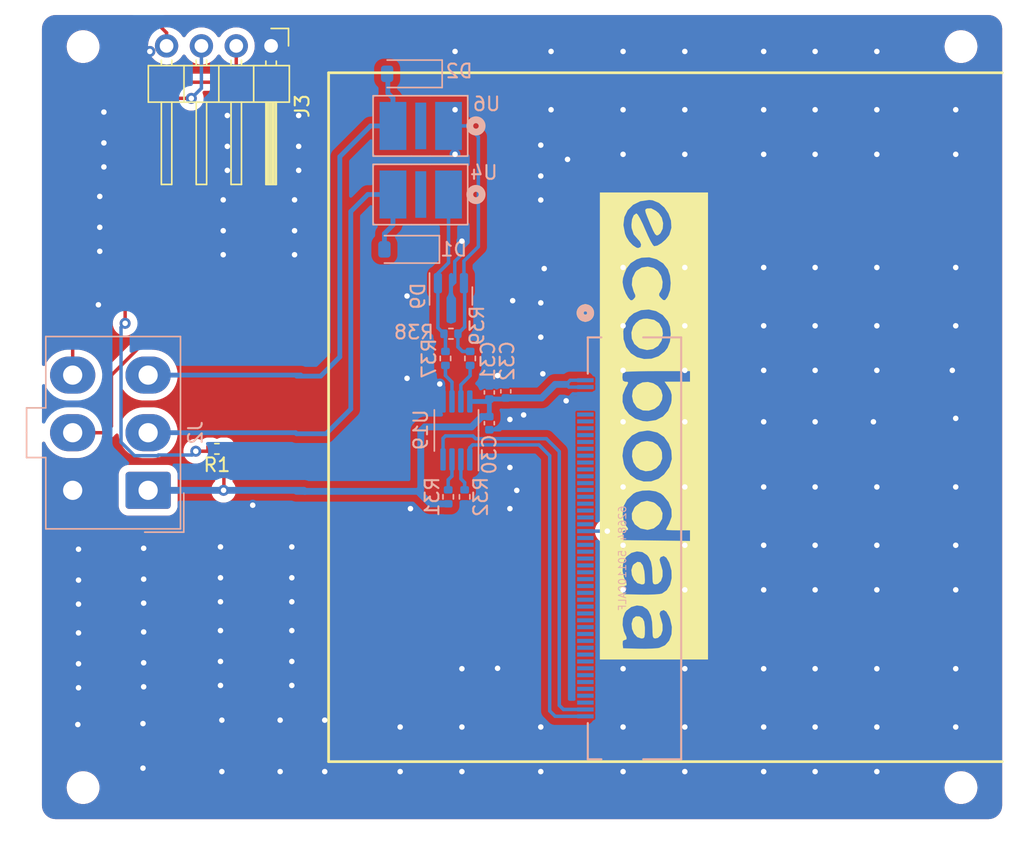
<source format=kicad_pcb>
(kicad_pcb (version 20221018) (generator pcbnew)
  (layers (0 "F.Cu" signal) (31 "B.Cu" signal) (34 "B.Paste" user) (35 "F.Paste" user) (36 "B.SilkS" user "B.Silkscreen") (37 "F.SilkS" user "F.Silkscreen") (38 "B.Mask" user) (39 "F.Mask" user) (44 "Edge.Cuts" user))
  (net 0 "")
  (net 1 "GND")
  (net 2 "Net-(U4-line_in)")
  (net 3 "Net-(U6-line_in)")
  (net 4 "+5V")
  (net 22 "/BUTTON_3")
  (net 48 "/DISPLAY_TXD")
  (net 49 "/DISPLAY_RXD")
  (net 50 "/RS485_SSP3485U/RS485_DE")
  (net 51 "/RS485_SSP3485U/RS485_~{RE}")
  (net 52 "/RS485_SSP3485U/A_to_CANL")
  (net 53 "/RS485_SSP3485U/B_to_CANH")
  (net 54 "/BUTTON_1")
  (net 55 "/BUTTON_2")
  (net 56 "/A_EXTERNAL")
  (net 57 "/B_EXTERNAL")
  (footprint "MACHADA_footprints:ECOBODDA" (layer "F.Cu") (at 166.3 87.68 -90)
    (fp_text reference "G***" hide)
    (fp_text value "LOGO" hide)
  )
  (footprint "Connector_PinHeader_2.54mm:PinHeader_1x04_P2.54mm_Horizontal" (layer "F.Cu") (at 138.39 60.025 -90)
    (fp_text reference "J3" (at 4.385 -2.27 -270) (layer "F.SilkS"))
    (fp_text value "Conn_01x04")
    (pad "1" thru_hole rect (at 0 0 270) (size 1.7 1.7) (drill 1) (layers "*.Cu" "*.Mask") (net 1 "GND"))
    (pad "2" thru_hole oval (at 0 2.54 270) (size 1.7 1.7) (drill 1) (layers "*.Cu" "*.Mask") (net 22 "/BUTTON_3"))
    (pad "3" thru_hole oval (at 0 5.08 270) (size 1.7 1.7) (drill 1) (layers "*.Cu" "*.Mask") (net 55 "/BUTTON_2"))
    (pad "4" thru_hole oval (at 0 7.62 270) (size 1.7 1.7) (drill 1) (layers "*.Cu" "*.Mask") (net 54 "/BUTTON_1"))
  )
  (footprint "Resistor_SMD:R_0402_1005Metric" (layer "F.Cu") (at 134.44 89.4 180)
    (fp_text reference "R1" (at 0 -1.17) (layer "F.SilkS"))
    (fp_text value "10K")
    (pad "1" smd roundrect (at -0.51 0 180) (size 0.54 0.64) (layers "F.Cu" "F.Paste" "F.Mask") (net 4 "+5V"))
    (pad "2" smd roundrect (at 0.51 0 180) (size 0.54 0.64) (layers "F.Cu" "F.Paste" "F.Mask") (net 22 "/BUTTON_3"))
  )
  (footprint "MACHADA_footprints:TBU-CA065-200-WH" (layer "B.Cu") (at 151.325 70.86 180)
    (fp_text reference "U4" (at -2.575 1.6 unlocked) (layer "B.SilkS") (effects (justify mirror)))
    (fp_text value "TBU-CA065-200-WH" hide)
    (pad "1" smd rect (at 0 0 180) (size 1.95 3.5) (layers "B.Cu" "B.Paste" "B.Mask") (net 2 "Net-(U4-line_in)"))
    (pad "2" smd rect (at 4.05 0 180) (size 1.95 3.5) (layers "B.Cu" "B.Paste" "B.Mask") (net 56 "/A_EXTERNAL"))
    (pad "~" smd rect (at 2.025 0 180) (size 0.8 3.4) (layers "B.Cu" "B.Paste" "B.Mask"))
  )
  (footprint "Resistor_SMD:R_0402_1005Metric" (layer "B.Cu") (at 152.5 92.9 90)
    (fp_text reference "R32" (at 0 1.17 90) (layer "B.SilkS") (effects (justify mirror)))
    (fp_text value "100K")
    (pad "1" smd roundrect (at -0.51 0 90) (size 0.54 0.64) (layers "B.Cu" "B.Paste" "B.Mask") (net 1 "GND"))
    (pad "2" smd roundrect (at 0.51 0 90) (size 0.54 0.64) (layers "B.Cu" "B.Paste" "B.Mask") (net 51 "/RS485_SSP3485U/RS485_~{RE}"))
  )
  (footprint "Connector_Molex:Molex_Mini-Fit_Jr_5566-06A_2x03_P4.20mm_Vertical" (layer "B.Cu") (at 129.425 92.425 90)
    (fp_text reference "J2" (at 4.2 3.45 90) (layer "B.SilkS") (effects (justify mirror)))
    (fp_text value "Conn_02x03_Counter_Clockwise")
    (pad "1" thru_hole roundrect (at 0 0 90) (size 2.7 3.3) (drill 1.4) (layers "*.Cu" "*.Mask") (roundrect_rratio 0.09259296296) (net 4 "+5V"))
    (pad "2" thru_hole oval (at 4.2 0 90) (size 2.7 3.3) (drill 1.4) (layers "*.Cu" "*.Mask") (net 56 "/A_EXTERNAL"))
    (pad "3" thru_hole oval (at 8.4 0 90) (size 2.7 3.3) (drill 1.4) (layers "*.Cu" "*.Mask") (net 57 "/B_EXTERNAL"))
    (pad "4" thru_hole oval (at 0 -5.5 90) (size 2.7 3.3) (drill 1.4) (layers "*.Cu" "*.Mask") (net 1 "GND"))
    (pad "5" thru_hole oval (at 4.2 -5.5 90) (size 2.7 3.3) (drill 1.4) (layers "*.Cu" "*.Mask") (net 55 "/BUTTON_2"))
    (pad "6" thru_hole oval (at 8.4 -5.5 90) (size 2.7 3.3) (drill 1.4) (layers "*.Cu" "*.Mask") (net 54 "/BUTTON_1"))
  )
  (footprint "Package_TO_SOT_SMD:SOT-23" (layer "B.Cu") (at 151.5 78.26 -90)
    (fp_text reference "D9" (at 0 2.4 90) (layer "B.SilkS") (effects (justify mirror)))
    (fp_text value "ESDONCAN1LT1G")
    (pad "1" smd roundrect (at -0.9375 0.95 270) (size 1.475 0.6) (layers "B.Cu" "B.Paste" "B.Mask") (net 2 "Net-(U4-line_in)"))
    (pad "2" smd roundrect (at -0.9375 -0.95 270) (size 1.475 0.6) (layers "B.Cu" "B.Paste" "B.Mask") (net 3 "Net-(U6-line_in)"))
    (pad "3" smd roundrect (at 0.9375 0 270) (size 1.475 0.6) (layers "B.Cu" "B.Paste" "B.Mask") (net 1 "GND"))
  )
  (footprint "Capacitor_SMD:C_0402_1005Metric" (layer "B.Cu") (at 154.3 87.53 -90)
    (fp_text reference "C30" (at 2.28 0 90) (layer "B.SilkS") (effects (justify mirror)))
    (fp_text value "100n")
    (pad "1" smd roundrect (at -0.48 0 270) (size 0.56 0.62) (layers "B.Cu" "B.Paste" "B.Mask") (net 4 "+5V"))
    (pad "2" smd roundrect (at 0.48 0 270) (size 0.56 0.62) (layers "B.Cu" "B.Paste" "B.Mask") (net 1 "GND"))
  )
  (footprint "Package_SO:MSOP-8_3x3mm_P0.65mm" (layer "B.Cu") (at 151.9 88.06 90)
    (fp_text reference "U19" (at 0.05 -2.6 90) (layer "B.SilkS") (effects (justify mirror)))
    (fp_text value "SSP3485U")
    (pad "1" smd roundrect (at -2.1125 0.975 90) (size 1.625 0.4) (layers "B.Cu" "B.Paste" "B.Mask") (net 49 "/DISPLAY_RXD"))
    (pad "2" smd roundrect (at -2.1125 0.325 90) (size 1.625 0.4) (layers "B.Cu" "B.Paste" "B.Mask") (net 51 "/RS485_SSP3485U/RS485_~{RE}"))
    (pad "3" smd roundrect (at -2.1125 -0.325 90) (size 1.625 0.4) (layers "B.Cu" "B.Paste" "B.Mask") (net 50 "/RS485_SSP3485U/RS485_DE"))
    (pad "4" smd roundrect (at -2.1125 -0.975 90) (size 1.625 0.4) (layers "B.Cu" "B.Paste" "B.Mask") (net 48 "/DISPLAY_TXD"))
    (pad "5" smd roundrect (at 2.1125 -0.975 90) (size 1.625 0.4) (layers "B.Cu" "B.Paste" "B.Mask") (net 1 "GND"))
    (pad "6" smd roundrect (at 2.1125 -0.325 90) (size 1.625 0.4) (layers "B.Cu" "B.Paste" "B.Mask") (net 52 "/RS485_SSP3485U/A_to_CANL"))
    (pad "7" smd roundrect (at 2.1125 0.325 90) (size 1.625 0.4) (layers "B.Cu" "B.Paste" "B.Mask") (net 53 "/RS485_SSP3485U/B_to_CANH"))
    (pad "8" smd roundrect (at 2.1125 0.975 90) (size 1.625 0.4) (layers "B.Cu" "B.Paste" "B.Mask") (net 4 "+5V"))
  )
  (footprint "Resistor_SMD:R_0402_1005Metric" (layer "B.Cu") (at 151.3 92.9 -90)
    (fp_text reference "R31" (at 0 1.17 90) (layer "B.SilkS") (effects (justify mirror)))
    (fp_text value "100K")
    (pad "1" smd roundrect (at -0.51 0 270) (size 0.54 0.64) (layers "B.Cu" "B.Paste" "B.Mask") (net 50 "/RS485_SSP3485U/RS485_DE"))
    (pad "2" smd roundrect (at 0.51 0 270) (size 0.54 0.64) (layers "B.Cu" "B.Paste" "B.Mask") (net 4 "+5V"))
  )
  (footprint "MACHADA_footprints:display_conn_62684-501100ALF_AMP" (layer "B.Cu") (at 161.3 84.400004 -90)
    (fp_text reference "J1")
    (fp_text value "62684-501100ALF" (at 9.100004 -2.7 90) (layer "B.SilkS") (effects (font (size 0.537972 0.537972) (thickness 0.071628)) (justify left mirror)))
    (pad "1" smd rect (at 0 0 270) (size 0.3 1.2) (layers "B.Cu" "B.Paste" "B.Mask") (net 4 "+5V"))
    (pad "2" smd rect (at 0.5 0 270) (size 0.3 1.2) (layers "B.Cu" "B.Paste" "B.Mask") (net 4 "+5V"))
    (pad "3" smd rect (at 1 0 270) (size 0.3 1.2) (layers "B.Cu" "B.Paste" "B.Mask") (net 1 "GND"))
    (pad "4" smd rect (at 1.5 0 270) (size 0.3 1.2) (layers "B.Cu" "B.Paste" "B.Mask") (net 1 "GND"))
    (pad "5" smd rect (at 2 0 270) (size 0.3 1.2) (layers "B.Cu" "B.Paste" "B.Mask") (net 1 "GND"))
    (pad "6" smd rect (at 2.5 0 270) (size 0.3 1.2) (layers "B.Cu" "B.Paste" "B.Mask"))
    (pad "7" smd rect (at 3.000003 0 270) (size 0.3 1.2) (layers "B.Cu" "B.Paste" "B.Mask"))
    (pad "8" smd rect (at 3.5 0 270) (size 0.3 1.2) (layers "B.Cu" "B.Paste" "B.Mask"))
    (pad "9" smd rect (at 4 0 270) (size 0.3 1.2) (layers "B.Cu" "B.Paste" "B.Mask"))
    (pad "10" smd rect (at 4.5 0 270) (size 0.3 1.2) (layers "B.Cu" "B.Paste" "B.Mask"))
    (pad "11" smd rect (at 5 0 270) (size 0.3 1.2) (layers "B.Cu" "B.Paste" "B.Mask"))
    (pad "12" smd rect (at 5.500003 0 270) (size 0.3 1.2) (layers "B.Cu" "B.Paste" "B.Mask"))
    (pad "13" smd rect (at 6 0 270) (size 0.3 1.2) (layers "B.Cu" "B.Paste" "B.Mask"))
    (pad "14" smd rect (at 6.5 0 270) (size 0.3 1.2) (layers "B.Cu" "B.Paste" "B.Mask"))
    (pad "15" smd rect (at 7 0 270) (size 0.3 1.2) (layers "B.Cu" "B.Paste" "B.Mask"))
    (pad "16" smd rect (at 7.5 0 270) (size 0.3 1.2) (layers "B.Cu" "B.Paste" "B.Mask"))
    (pad "17" smd rect (at 8.000003 0 270) (size 0.3 1.2) (layers "B.Cu" "B.Paste" "B.Mask"))
    (pad "18" smd rect (at 8.5 0 270) (size 0.3 1.2) (layers "B.Cu" "B.Paste" "B.Mask"))
    (pad "19" smd rect (at 9 0 270) (size 0.3 1.2) (layers "B.Cu" "B.Paste" "B.Mask"))
    (pad "20" smd rect (at 9.5 0 270) (size 0.3 1.2) (layers "B.Cu" "B.Paste" "B.Mask"))
    (pad "21" smd rect (at 10 0 270) (size 0.3 1.2) (layers "B.Cu" "B.Paste" "B.Mask"))
    (pad "22" smd rect (at 10.500003 0 270) (size 0.3 1.2) (layers "B.Cu" "B.Paste" "B.Mask"))
    (pad "23" smd rect (at 11 0 270) (size 0.3 1.2) (layers "B.Cu" "B.Paste" "B.Mask") (net 22 "/BUTTON_3"))
    (pad "24" smd rect (at 11.5 0 270) (size 0.3 1.2) (layers "B.Cu" "B.Paste" "B.Mask"))
    (pad "25" smd rect (at 12 0 270) (size 0.3 1.2) (layers "B.Cu" "B.Paste" "B.Mask"))
    (pad "26" smd rect (at 12.5 0 270) (size 0.3 1.2) (layers "B.Cu" "B.Paste" "B.Mask"))
    (pad "27" smd rect (at 13 0 270) (size 0.3 1.2) (layers "B.Cu" "B.Paste" "B.Mask"))
    (pad "28" smd rect (at 13.5 0 270) (size 0.3 1.2) (layers "B.Cu" "B.Paste" "B.Mask"))
    (pad "29" smd rect (at 14 0 270) (size 0.3 1.2) (layers "B.Cu" "B.Paste" "B.Mask"))
    (pad "30" smd rect (at 14.5 0 270) (size 0.3 1.2) (layers "B.Cu" "B.Paste" "B.Mask"))
    (pad "31" smd rect (at 15 0 270) (size 0.3 1.2) (layers "B.Cu" "B.Paste" "B.Mask"))
    (pad "32" smd rect (at 15.5 0 270) (size 0.3 1.2) (layers "B.Cu" "B.Paste" "B.Mask"))
    (pad "33" smd rect (at 16 0 270) (size 0.3 1.2) (layers "B.Cu" "B.Paste" "B.Mask"))
    (pad "34" smd rect (at 16.5 0 270) (size 0.3 1.2) (layers "B.Cu" "B.Paste" "B.Mask"))
    (pad "35" smd rect (at 17 0 270) (size 0.3 1.2) (layers "B.Cu" "B.Paste" "B.Mask"))
    (pad "36" smd rect (at 17.5 0 270) (size 0.3 1.2) (layers "B.Cu" "B.Paste" "B.Mask"))
    (pad "37" smd rect (at 18 0 270) (size 0.3 1.2) (layers "B.Cu" "B.Paste" "B.Mask"))
    (pad "38" smd rect (at 18.5 0 270) (size 0.3 1.2) (layers "B.Cu" "B.Paste" "B.Mask"))
    (pad "39" smd rect (at 19 0 270) (size 0.3 1.2) (layers "B.Cu" "B.Paste" "B.Mask"))
    (pad "40" smd rect (at 19.500003 0 270) (size 0.3 1.2) (layers "B.Cu" "B.Paste" "B.Mask"))
    (pad "41" smd rect (at 20 0 270) (size 0.3 1.2) (layers "B.Cu" "B.Paste" "B.Mask"))
    (pad "42" smd rect (at 20.5 0 270) (size 0.3 1.2) (layers "B.Cu" "B.Paste" "B.Mask"))
    (pad "43" smd rect (at 21 0 270) (size 0.3 1.2) (layers "B.Cu" "B.Paste" "B.Mask"))
    (pad "44" smd rect (at 21.5 0 270) (size 0.3 1.2) (layers "B.Cu" "B.Paste" "B.Mask"))
    (pad "45" smd rect (at 22.000003 0 270) (size 0.3 1.2) (layers "B.Cu" "B.Paste" "B.Mask"))
    (pad "46" smd rect (at 22.5 0 270) (size 0.3 1.2) (layers "B.Cu" "B.Paste" "B.Mask"))
    (pad "47" smd rect (at 23 0 270) (size 0.3 1.2) (layers "B.Cu" "B.Paste" "B.Mask"))
    (pad "48" smd rect (at 23.5 0 270) (size 0.3 1.2) (layers "B.Cu" "B.Paste" "B.Mask"))
    (pad "49" smd rect (at 24 0 270) (size 0.3 1.2) (layers "B.Cu" "B.Paste" "B.Mask") (net 48 "/DISPLAY_TXD"))
    (pad "50" smd rect (at 24.500003 0 270) (size 0.3 1.2) (layers "B.Cu" "B.Paste" "B.Mask") (net 49 "/DISPLAY_RXD"))
    (pad "51" smd rect (at -2.099996 -2.7 270) (size 2.3876 2.3876) (layers "B.Cu" "B.Paste" "B.Mask") (net 1 "GND"))
    (pad "52" smd rect (at 26.599996 -2.7 270) (size 2.3876 2.3876) (layers "B.Cu" "B.Paste" "B.Mask") (net 1 "GND"))
  )
  (footprint "Resistor_SMD:R_0402_1005Metric" (layer "B.Cu") (at 151.5 81.01 180)
    (fp_text reference "R38" (at 2.7 0.11) (layer "B.SilkS") (effects (justify mirror)))
    (fp_text value "220R")
    (pad "1" smd roundrect (at -0.51 0 180) (size 0.54 0.64) (layers "B.Cu" "B.Paste" "B.Mask") (net 3 "Net-(U6-line_in)"))
    (pad "2" smd roundrect (at 0.51 0 180) (size 0.54 0.64) (layers "B.Cu" "B.Paste" "B.Mask") (net 2 "Net-(U4-line_in)"))
  )
  (footprint "Diode_SMD:D_SOD-123" (layer "B.Cu") (at 148.3 74.86 180)
    (fp_text reference "D1" (at -3.4 0) (layer "B.SilkS") (effects (justify mirror)))
    (fp_text value "BEP0080MA")
    (pad "1" smd roundrect (at -1.65 0 180) (size 0.9 1.2) (layers "B.Cu" "B.Paste" "B.Mask") (net 1 "GND"))
    (pad "2" smd roundrect (at 1.65 0 180) (size 0.9 1.2) (layers "B.Cu" "B.Paste" "B.Mask") (net 56 "/A_EXTERNAL"))
  )
  (footprint "Capacitor_SMD:C_0402_1005Metric" (layer "B.Cu") (at 155.5 85.21 90)
    (fp_text reference "C32" (at 2.21 0.1 90) (layer "B.SilkS") (effects (justify mirror)))
    (fp_text value "10u")
    (pad "1" smd roundrect (at -0.48 0 90) (size 0.56 0.62) (layers "B.Cu" "B.Paste" "B.Mask") (net 4 "+5V"))
    (pad "2" smd roundrect (at 0.48 0 90) (size 0.56 0.62) (layers "B.Cu" "B.Paste" "B.Mask") (net 1 "GND"))
  )
  (footprint "MACHADA_footprints:TBU-CA065-200-WH" (layer "B.Cu") (at 151.325 65.86 180)
    (fp_text reference "U6" (at -2.775 1.6 unlocked) (layer "B.SilkS") (effects (justify mirror)))
    (fp_text value "TBU-CA065-200-WH")
    (pad "1" smd rect (at 0 0 180) (size 1.95 3.5) (layers "B.Cu" "B.Paste" "B.Mask") (net 3 "Net-(U6-line_in)"))
    (pad "2" smd rect (at 4.05 0 180) (size 1.95 3.5) (layers "B.Cu" "B.Paste" "B.Mask") (net 57 "/B_EXTERNAL"))
    (pad "~" smd rect (at 2.025 0 180) (size 0.8 3.4) (layers "B.Cu" "B.Paste" "B.Mask"))
  )
  (footprint "Resistor_SMD:R_0402_1005Metric" (layer "B.Cu") (at 152.9 82.81 90)
    (fp_text reference "R39" (at 2.4 0.5 90) (layer "B.SilkS") (effects (justify mirror)))
    (fp_text value "10R")
    (pad "1" smd roundrect (at -0.51 0 90) (size 0.54 0.64) (layers "B.Cu" "B.Paste" "B.Mask") (net 53 "/RS485_SSP3485U/B_to_CANH"))
    (pad "2" smd roundrect (at 0.51 0 90) (size 0.54 0.64) (layers "B.Cu" "B.Paste" "B.Mask") (net 3 "Net-(U6-line_in)"))
  )
  (footprint "Capacitor_SMD:C_0402_1005Metric" (layer "B.Cu") (at 154.3 85.29 90)
    (fp_text reference "C31" (at 2.28 -0.1 90) (layer "B.SilkS") (effects (justify mirror)))
    (fp_text value "100n")
    (pad "1" smd roundrect (at -0.48 0 90) (size 0.56 0.62) (layers "B.Cu" "B.Paste" "B.Mask") (net 4 "+5V"))
    (pad "2" smd roundrect (at 0.48 0 90) (size 0.56 0.62) (layers "B.Cu" "B.Paste" "B.Mask") (net 1 "GND"))
  )
  (footprint "Diode_SMD:D_SOD-123" (layer "B.Cu") (at 148.5 62.06 180)
    (fp_text reference "D2" (at -3.6 0.2) (layer "B.SilkS") (effects (justify mirror)))
    (fp_text value "BEP0080MA")
    (pad "1" smd roundrect (at -1.65 0 180) (size 0.9 1.2) (layers "B.Cu" "B.Paste" "B.Mask") (net 1 "GND"))
    (pad "2" smd roundrect (at 1.65 0 180) (size 0.9 1.2) (layers "B.Cu" "B.Paste" "B.Mask") (net 57 "/B_EXTERNAL"))
  )
  (footprint "Resistor_SMD:R_0402_1005Metric" (layer "B.Cu") (at 151.1 82.81 90)
    (fp_text reference "R37" (at 0 -1.2 90) (layer "B.SilkS") (effects (justify mirror)))
    (fp_text value "10R")
    (pad "1" smd roundrect (at -0.51 0 90) (size 0.54 0.64) (layers "B.Cu" "B.Paste" "B.Mask") (net 52 "/RS485_SSP3485U/A_to_CANL"))
    (pad "2" smd roundrect (at 0.51 0 90) (size 0.54 0.64) (layers "B.Cu" "B.Paste" "B.Mask") (net 2 "Net-(U4-line_in)"))
  )
  (gr_line (start 166.984725 111.56561) (end 161.684725 111.56561) (stroke (width 0.001)) (layer "B.SilkS"))
  (gr_line (start 142.581975 61.984023) (end 191.691975 61.984023) (stroke (width 0.2)) (layer "F.SilkS"))
  (gr_line (start 191.691975 112.204023) (end 142.581975 112.204023) (stroke (width 0.2)) (layer "F.SilkS"))
  (gr_line (start 142.581975 112.204023) (end 142.581975 61.984023) (stroke (width 0.2)) (layer "F.SilkS"))
  (gr_arc (start 190.684725 57.775791) (mid 191.391819 58.068693) (end 191.684725 58.775791) (stroke (width 0.001)) (layer "Edge.Cuts"))
  (gr_circle (center 124.684725 60.075791) (end 125.884725 60.075791) (stroke (width 0.001)) (fill none) (layer "Edge.Cuts"))
  (gr_circle (center 124.684725 114.095791) (end 125.884725 114.095791) (stroke (width 0.001)) (fill none) (layer "Edge.Cuts"))
  (gr_arc (start 121.684725 58.775791) (mid 121.977617 58.068664) (end 122.684725 57.775791) (stroke (width 0.001)) (layer "Edge.Cuts"))
  (gr_line (start 191.684725 115.395791) (end 191.684725 58.775791) (stroke (width 0.001)) (layer "Edge.Cuts"))
  (gr_line (start 121.684725 58.775791) (end 121.684725 115.395791) (stroke (width 0.001)) (layer "Edge.Cuts"))
  (gr_line (start 122.684725 116.395791) (end 190.684725 116.395791) (stroke (width 0.001)) (layer "Edge.Cuts"))
  (gr_arc (start 122.684725 116.395791) (mid 121.977605 116.102906) (end 121.684725 115.395791) (stroke (width 0.001)) (layer "Edge.Cuts"))
  (gr_arc (start 191.684725 115.395791) (mid 191.39183 116.102877) (end 190.684725 116.395791) (stroke (width 0.001)) (layer "Edge.Cuts"))
  (gr_circle (center 188.684725 114.095791) (end 189.884725 114.095791) (stroke (width 0.001)) (fill none) (layer "Edge.Cuts"))
  (gr_line (start 190.684725 57.775791) (end 122.684725 57.775791) (stroke (width 0.001)) (layer "Edge.Cuts"))
  (gr_circle (center 188.684725 60.075791) (end 189.884725 60.075791) (stroke (width 0.001)) (fill none) (layer "Edge.Cuts"))
  (via (at 174.3 67.93) (size 0.8) (drill 0.4) (layers "F.Cu" "B.Cu") (net 1))
  (via (at 174.3 96.43) (size 0.8) (drill 0.4) (layers "F.Cu" "B.Cu") (net 1))
  (via (at 174.3 80.43) (size 0.8) (drill 0.4) (layers "F.Cu" "B.Cu") (net 1))
  (via (at 134.7 102.65) (size 0.8) (drill 0.4) (layers "F.Cu" "B.Cu") (net 1))
  (via (at 158.05 67.26) (size 0.8) (drill 0.4) (layers "F.Cu" "B.Cu") (net 1))
  (via (at 164.05 96.43) (size 0.8) (drill 0.4) (layers "F.Cu" "B.Cu") (net 1))
  (via (at 168.55 109.68) (size 0.8) (drill 0.4) (layers "F.Cu" "B.Cu") (net 1))
  (via (at 159.9 85.900004) (size 0.8) (drill 0.4) (layers "F.Cu" "B.Cu") (net 1))
  (via (at 158.05 109.68) (size 0.8) (drill 0.4) (layers "F.Cu" "B.Cu") (net 1))
  (via (at 148.3 78.26) (size 0.8) (drill 0.4) (layers "F.Cu" "B.Cu") (net 1))
  (via (at 168.55 60.43) (size 0.8) (drill 0.4) (layers "F.Cu" "B.Cu") (net 1))
  (via (at 178.05 60.43) (size 0.8) (drill 0.4) (layers "F.Cu" "B.Cu") (net 1))
  (via (at 174.3 99.68) (size 0.8) (drill 0.4) (layers "F.Cu" "B.Cu") (net 1))
  (via (at 156.3 92.43) (size 0.8) (drill 0.4) (layers "F.Cu" "B.Cu") (net 1))
  (via (at 174.3 64.68) (size 0.8) (drill 0.4) (layers "F.Cu" "B.Cu") (net 1))
  (via (at 147.8 109.68) (size 0.8) (drill 0.4) (layers "F.Cu" "B.Cu") (net 1))
  (via (at 134.7 106.65) (size 0.8) (drill 0.4) (layers "F.Cu" "B.Cu") (net 1))
  (via (at 182.55 96.43) (size 0.8) (drill 0.4) (layers "F.Cu" "B.Cu") (net 1))
  (via (at 125.8 78.9) (size 0.8) (drill 0.4) (layers "F.Cu" "B.Cu") (net 1))
  (via (at 164.05 109.68) (size 0.8) (drill 0.4) (layers "F.Cu" "B.Cu") (net 1))
  (via (at 125.9 73.25) (size 0.8) (drill 0.4) (layers "F.Cu" "B.Cu") (net 1))
  (via (at 124.35 102.82) (size 0.8) (drill 0.4) (layers "F.Cu" "B.Cu") (net 1))
  (via (at 178.05 109.68) (size 0.8) (drill 0.4) (layers "F.Cu" "B.Cu") (net 1))
  (via (at 124.35 106.82) (size 0.8) (drill 0.4) (layers "F.Cu" "B.Cu") (net 1))
  (via (at 178.05 67.93) (size 0.8) (drill 0.4) (layers "F.Cu" "B.Cu") (net 1))
  (via (at 174.3 76.18) (size 0.8) (drill 0.4) (layers "F.Cu" "B.Cu") (net 1))
  (via (at 182.55 80.43) (size 0.8) (drill 0.4) (layers "F.Cu" "B.Cu") (net 1))
  (via (at 139.9 106.65) (size 0.8) (drill 0.4) (layers "F.Cu" "B.Cu") (net 1))
  (via (at 124.35 105.07) (size 0.8) (drill 0.4) (layers "F.Cu" "B.Cu") (net 1))
  (via (at 154.9 105.4) (size 0.8) (drill 0.4) (layers "F.Cu" "B.Cu") (net 1))
  (via (at 182.55 76.18) (size 0.8) (drill 0.4) (layers "F.Cu" "B.Cu") (net 1))
  (via (at 126.2 67.1) (size 0.8) (drill 0.4) (layers "F.Cu" "B.Cu") (net 1))
  (via (at 158.2 83.93) (size 0.8) (drill 0.4) (layers "F.Cu" "B.Cu") (net 1))
  (via (at 139.9 104.9) (size 0.8) (drill 0.4) (layers "F.Cu" "B.Cu") (net 1))
  (via (at 182.55 99.68) (size 0.8) (drill 0.4) (layers "F.Cu" "B.Cu") (net 1))
  (via (at 126.2 64.85) (size 0.8) (drill 0.4) (layers "F.Cu" "B.Cu") (net 1))
  (via (at 164.05 112.93) (size 0.8) (drill 0.4) (layers "F.Cu" "B.Cu") (net 1))
  (via (at 164.05 87.43) (size 0.8) (drill 0.4) (layers "F.Cu" "B.Cu") (net 1))
  (via (at 188.3 87.18) (size 0.8) (drill 0.4) (layers "F.Cu" "B.Cu") (net 1))
  (via (at 134.7 100.55) (size 0.8) (drill 0.4) (layers "F.Cu" "B.Cu") (net 1))
  (via (at 168.55 92.18) (size 0.8) (drill 0.4) (layers "F.Cu" "B.Cu") (net 1))
  (via (at 151.8 67.93) (size 0.8) (drill 0.4) (layers "F.Cu" "B.Cu") (net 1))
  (via (at 140.4 65.1) (size 0.8) (drill 0.4) (layers "F.Cu" "B.Cu") (net 1))
  (via (at 178.05 80.43) (size 0.8) (drill 0.4) (layers "F.Cu" "B.Cu") (net 1))
  (via (at 140.1 75.25) (size 0.8) (drill 0.4) (layers "F.Cu" "B.Cu") (net 1))
  (via (at 158.8 64.68) (size 0.8) (drill 0.4) (layers "F.Cu" "B.Cu") (net 1))
  (via (at 178.05 83.68) (size 0.8) (drill 0.4) (layers "F.Cu" "B.Cu") (net 1))
  (via (at 155.8 93.76) (size 0.8) (drill 0.4) (layers "F.Cu" "B.Cu") (net 1))
  (via (at 125.9 71) (size 0.8) (drill 0.4) (layers "F.Cu" "B.Cu") (net 1))
  (via (at 188.3 109.68) (size 0.8) (drill 0.4) (layers "F.Cu" "B.Cu") (net 1))
  (via (at 160 68.3) (size 0.8) (drill 0.4) (layers "F.Cu" "B.Cu") (net 1))
  (via (at 139.9 96.55) (size 0.8) (drill 0.4) (layers "F.Cu" "B.Cu") (net 1))
  (via (at 125.9 75) (size 0.8) (drill 0.4) (layers "F.Cu" "B.Cu") (net 1))
  (via (at 129.1 96.65) (size 0.8) (drill 0.4) (layers "F.Cu" "B.Cu") (net 1))
  (via (at 135.2 69.1) (size 0.8) (drill 0.4) (layers "F.Cu" "B.Cu") (net 1))
  (via (at 134.8 112.93) (size 0.8) (drill 0.4) (layers "F.Cu" "B.Cu") (net 1))
  (via (at 137.05 93.51) (size 0.8) (drill 0.4) (layers "F.Cu" "B.Cu") (net 1))
  (via (at 174.3 87.43) (size 0.8) (drill 0.4) (layers "F.Cu" "B.Cu") (net 1))
  (via (at 164.05 92.18) (size 0.8) (drill 0.4) (layers "F.Cu" "B.Cu") (net 1))
  (via (at 139.9 98.8) (size 0.8) (drill 0.4) (layers "F.Cu" "B.Cu") (net 1))
  (via (at 178.05 87.43) (size 0.8) (drill 0.4) (layers "F.Cu" "B.Cu") (net 1))
  (via (at 126.2 68.85) (size 0.8) (drill 0.4) (layers "F.Cu" "B.Cu") (net 1))
  (via (at 178.05 99.68) (size 0.8) (drill 0.4) (layers "F.Cu" "B.Cu") (net 1))
  (via (at 152.3 109.68) (size 0.8) (drill 0.4) (layers "F.Cu" "B.Cu") (net 1))
  (via (at 148.55 93.76) (size 0.8) (drill 0.4) (layers "F.Cu" "B.Cu") (net 1))
  (via (at 156.8 86.93) (size 0.8) (drill 0.4) (layers "F.Cu" "B.Cu") (net 1))
  (via (at 168.55 83.68) (size 0.8) (drill 0.4) (layers "F.Cu" "B.Cu") (net 1))
  (via (at 135.2 67.35) (size 0.8) (drill 0.4) (layers "F.Cu" "B.Cu") (net 1))
  (via (at 129.1 105) (size 0.8) (drill 0.4) (layers "F.Cu" "B.Cu") (net 1))
  (via (at 178.05 92.18) (size 0.8) (drill 0.4) (layers "F.Cu" "B.Cu") (net 1))
  (via (at 147.8 112.93) (size 0.8) (drill 0.4) (layers "F.Cu" "B.Cu") (net 1))
  (via (at 124.35 100.72) (size 0.8) (drill 0.4) (layers "F.Cu" "B.Cu") (net 1))
  (via (at 140.1 71.25) (size 0.8) (drill 0.4) (layers "F.Cu" "B.Cu") (net 1))
  (via (at 158.05 81.26) (size 0.8) (drill 0.4) (layers "F.Cu" "B.Cu") (net 1))
  (via (at 139.9 100.55) (size 0.8) (drill 0.4) (layers "F.Cu" "B.Cu") (net 1))
  (via (at 168.55 96.43) (size 0.8) (drill 0.4) (layers "F.Cu" "B.Cu") (net 1))
  (via (at 151.8 64.68) (size 0.8) (drill 0.4) (layers "F.Cu" "B.Cu") (net 1))
  (via (at 182.55 109.68) (size 0.8) (drill 0.4) (layers "F.Cu" "B.Cu") (net 1))
  (via (at 178.05 112.93) (size 0.8) (drill 0.4) (layers "F.Cu" "B.Cu") (net 1))
  (via (at 164.05 83.68) (size 0.8) (drill 0.4) (layers "F.Cu" "B.Cu") (net 1))
  (via (at 188.3 67.93) (size 0.8) (drill 0.4) (layers "F.Cu" "B.Cu") (net 1))
  (via (at 178.05 96.43) (size 0.8) (drill 0.4) (layers "F.Cu" "B.Cu") (net 1))
  (via (at 174.3 83.68) (size 0.8) (drill 0.4) (layers "F.Cu" "B.Cu") (net 1))
  (via (at 158.05 71.26) (size 0.8) (drill 0.4) (layers "F.Cu" "B.Cu") (net 1))
  (via (at 134.7 98.8) (size 0.8) (drill 0.4) (layers "F.Cu" "B.Cu") (net 1))
  (via (at 182.55 64.68) (size 0.8) (drill 0.4) (layers "F.Cu" "B.Cu") (net 1))
  (via (at 164.05 60.43) (size 0.8) (drill 0.4) (layers "F.Cu" "B.Cu") (net 1))
  (via (at 174.3 112.93) (size 0.8) (drill 0.4) (layers "F.Cu" "B.Cu") (net 1))
  (via (at 155.8 90.76) (size 0.8) (drill 0.4) (layers "F.Cu" "B.Cu") (net 1))
  (via (at 188.3 76.18) (size 0.8) (drill 0.4) (layers "F.Cu" "B.Cu") (net 1))
  (via (at 188.3 92.18) (size 0.8) (drill 0.4) (layers "F.Cu" "B.Cu") (net 1))
  (via (at 140.4 67.35) (size 0.8) (drill 0.4) (layers "F.Cu" "B.Cu") (net 1))
  (via (at 174.3 109.68) (size 0.8) (drill 0.4) (layers "F.Cu" "B.Cu") (net 1))
  (via (at 152.3 74.26) (size 0.8) (drill 0.4) (layers "F.Cu" "B.Cu") (net 1))
  (via (at 135.2 65.1) (size 0.8) (drill 0.4) (layers "F.Cu" "B.Cu") (net 1))
  (via (at 174.3 92.18) (size 0.8) (drill 0.4) (layers "F.Cu" "B.Cu") (net 1))
  (via (at 158.05 112.93) (size 0.8) (drill 0.4) (layers "F.Cu" "B.Cu") (net 1))
  (via (at 188.3 105.43) (size 0.8) (drill 0.4) (layers "F.Cu" "B.Cu") (net 1))
  (via (at 134.9 73.5) (size 0.8) (drill 0.4) (layers "F.Cu" "B.Cu") (net 1))
  (via (at 158.05 78.76) (size 0.8) (drill 0.4) (layers "F.Cu" "B.Cu") (net 1))
  (via (at 158.05 69.51) (size 0.8) (drill 0.4) (layers "F.Cu" "B.Cu") (net 1))
  (via (at 129.1 98.9) (size 0.8) (drill 0.4) (layers "F.Cu" "B.Cu") (net 1))
  (via (at 168.55 87.43) (size 0.8) (drill 0.4) (layers "F.Cu" "B.Cu") (net 1))
  (via (at 188.3 80.43) (size 0.8) (drill 0.4) (layers "F.Cu" "B.Cu") (net 1))
  (via (at 129.1 100.65) (size 0.8) (drill 0.4) (layers "F.Cu" "B.Cu") (net 1))
  (via (at 124.35 96.72) (size 0.8) (drill 0.4) (layers "F.Cu" "B.Cu") (net 1))
  (via (at 142.3 112.93) (size 0.8) (drill 0.4) (layers "F.Cu" "B.Cu") (net 1))
  (via (at 134.7 104.9) (size 0.8) (drill 0.4) (layers "F.Cu" "B.Cu") (net 1))
  (via (at 158.8 60.43) (size 0.8) (drill 0.4) (layers "F.Cu" "B.Cu") (net 1))
  (via (at 164.05 99.68) (size 0.8) (drill 0.4) (layers "F.Cu" "B.Cu") (net 1))
  (via (at 182.55 67.93) (size 0.8) (drill 0.4) (layers "F.Cu" "B.Cu") (net 1))
  (via (at 164.05 105.43) (size 0.8) (drill 0.4) (layers "F.Cu" "B.Cu") (net 1))
  (via (at 182.55 92.18) (size 0.8) (drill 0.4) (layers "F.Cu" "B.Cu") (net 1))
  (via (at 164.05 76.18) (size 0.8) (drill 0.4) (layers "F.Cu" "B.Cu") (net 1))
  (via (at 140.4 69.1) (size 0.8) (drill 0.4) (layers "F.Cu" "B.Cu") (net 1))
  (via (at 168.55 112.93) (size 0.8) (drill 0.4) (layers "F.Cu" "B.Cu") (net 1))
  (via (at 154.9 84.06) (size 0.8) (drill 0.4) (layers "F.Cu" "B.Cu") (net 1))
  (via (at 124.35 98.97) (size 0.8) (drill 0.4) (layers "F.Cu" "B.Cu") (net 1))
  (via (at 134.9 71.25) (size 0.8) (drill 0.4) (layers "F.Cu" "B.Cu") (net 1))
  (via (at 168.55 76.18) (size 0.8) (drill 0.4) (layers "F.Cu" "B.Cu") (net 1))
  (via (at 174.3 105.43) (size 0.8) (drill 0.4) (layers "F.Cu" "B.Cu") (net 1))
  (via (at 164.05 67.93) (size 0.8) (drill 0.4) (layers "F.Cu" "B.Cu") (net 1))
  (via (at 129.1 106.75) (size 0.8) (drill 0.4) (layers "F.Cu" "B.Cu") (net 1))
  (via (at 148.3 84.26) (size 0.8) (drill 0.4) (layers "F.Cu" "B.Cu") (net 1))
  (via (at 164.05 64.68) (size 0.8) (drill 0.4) (layers "F.Cu" "B.Cu") (net 1))
  (via (at 152.3 105.43) (size 0.8) (drill 0.4) (layers "F.Cu" "B.Cu") (net 1))
  (via (at 134.8 109.18) (size 0.8) (drill 0.4) (layers "F.Cu" "B.Cu") (net 1))
  (via (at 178.05 76.18) (size 0.8) (drill 0.4) (layers "F.Cu" "B.Cu") (net 1))
  (via (at 129.05 109.43) (size 0.8) (drill 0.4) (layers "F.Cu" "B.Cu") (net 1))
  (via (at 139.05 112.93) (size 0.8) (drill 0.4) (layers "F.Cu" "B.Cu") (net 1))
  (via (at 158.3 76.26) (size 0.8) (drill 0.4) (layers "F.Cu" "B.Cu") (net 1))
  (via (at 182.55 105.43) (size 0.8) (drill 0.4) (layers "F.Cu" "B.Cu") (net 1))
  (via (at 129.1 102.75) (size 0.8) (drill 0.4) (layers "F.Cu" "B.Cu") (net 1))
  (via (at 129.55 60.43) (size 0.8) (drill 0.4) (layers "F.Cu" "B.Cu") (net 1))
  (via (at 182.3 87.43) (size 0.8) (drill 0.4) (layers "F.Cu" "B.Cu") (net 1))
  (via (at 142.3 109.18) (size 0.8) (drill 0.4) (layers "F.Cu" "B.Cu") (net 1))
  (via (at 168.55 80.43) (size 0.8) (drill 0.4) (layers "F.Cu" "B.Cu") (net 1))
  (via (at 164.05 80.43) (size 0.8) (drill 0.4) (layers "F.Cu" "B.Cu") (net 1))
  (via (at 168.55 64.68) (size 0.8) (drill 0.4) (layers "F.Cu" "B.Cu") (net 1))
  (via (at 168.55 67.93) (size 0.8) (drill 0.4) (layers "F.Cu" "B.Cu") (net 1))
  (via (at 188.3 64.68) (size 0.8) (drill 0.4) (layers "F.Cu" "B.Cu") (net 1))
  (via (at 178.05 64.68) (size 0.8) (drill 0.4) (layers "F.Cu" "B.Cu") (net 1))
  (via (at 150.686286 84.673714) (size 0.8) (drill 0.4) (layers "F.Cu" "B.Cu") (net 1))
  (via (at 188.05 83.68) (size 0.8) (drill 0.4) (layers "F.Cu" "B.Cu") (net 1))
  (via (at 124.3 109.5) (size 0.8) (drill 0.4) (layers "F.Cu" "B.Cu") (net 1))
  (via (at 182.55 60.43) (size 0.8) (drill 0.4) (layers "F.Cu" "B.Cu") (net 1))
  (via (at 152.3 112.93) (size 0.8) (drill 0.4) (layers "F.Cu" "B.Cu") (net 1))
  (via (at 188.3 96.43) (size 0.8) (drill 0.4) (layers "F.Cu" "B.Cu") (net 1))
  (via (at 182.55 83.68) (size 0.8) (drill 0.4) (layers "F.Cu" "B.Cu") (net 1))
  (via (at 178.05 105.43) (size 0.8) (drill 0.4) (layers "F.Cu" "B.Cu") (net 1))
  (via (at 134.7 96.55) (size 0.8) (drill 0.4) (layers "F.Cu" "B.Cu") (net 1))
  (via (at 155.8 87.26) (size 0.8) (drill 0.4) (layers "F.Cu" "B.Cu") (net 1))
  (via (at 140.1 73.5) (size 0.8) (drill 0.4) (layers "F.Cu" "B.Cu") (net 1))
  (via (at 168.55 105.43) (size 0.8) (drill 0.4) (layers "F.Cu" "B.Cu") (net 1))
  (via (at 168.55 99.68) (size 0.8) (drill 0.4) (layers "F.Cu" "B.Cu") (net 1))
  (via (at 151.8 60.43) (size 0.8) (drill 0.4) (layers "F.Cu" "B.Cu") (net 1))
  (via (at 188.3 99.68) (size 0.8) (drill 0.4) (layers "F.Cu" "B.Cu") (net 1))
  (via (at 139.9 102.65) (size 0.8) (drill 0.4) (layers "F.Cu" "B.Cu") (net 1))
  (via (at 139.05 109.18) (size 0.8) (drill 0.4) (layers "F.Cu" "B.Cu") (net 1))
  (via (at 156 78.6) (size 0.8) (drill 0.4) (layers "F.Cu" "B.Cu") (net 1))
  (via (at 134.9 75.25) (size 0.8) (drill 0.4) (layers "F.Cu" "B.Cu") (net 1))
  (via (at 182.55 112.93) (size 0.8) (drill 0.4) (layers "F.Cu" "B.Cu") (net 1))
  (via (at 174.3 60.43) (size 0.8) (drill 0.4) (layers "F.Cu" "B.Cu") (net 1))
  (via (at 129.05 112.68) (size 0.8) (drill 0.4) (layers "F.Cu" "B.Cu") (net 1))
  (segment (start 148.3 77.3) (end 148.5 77.1) (width 0.254) (layer "B.Cu") (net 1))
  (segment (start 160.4 85.400004) (end 160.300002 85.500002) (width 0.25) (layer "B.Cu") (net 1))
  (segment (start 150.925 85.9475) (end 150.925 84.912428) (width 0.35) (layer "B.Cu") (net 1))
  (segment (start 155.05 88.01) (end 155.8 87.26) (width 0.254) (layer "B.Cu") (net 1))
  (segment (start 148.5 75.06) (end 148.7 74.86) (width 0.254) (layer "B.Cu") (net 1))
  (segment (start 161.2 86.4) (end 160.399996 86.4) (width 0.254) (layer "B.Cu") (net 1))
  (segment (start 160.399996 86.4) (end 159.9 85.900004) (width 0.254) (layer "B.Cu") (net 1))
  (segment (start 154.9 84.81) (end 155.42 84.81) (width 0.35) (layer "B.Cu") (net 1))
  (segment (start 161.2 85.9) (end 159.900004 85.9) (width 0.254) (layer "B.Cu") (net 1))
  (segment (start 161.2 85.4) (end 161.2 86.4) (width 0.254) (layer "B.Cu") (net 1))
  (segment (start 159.900004 85.9) (end 159.9 85.900004) (width 0.254) (layer "B.Cu") (net 1))
  (segment (start 160.300002 85.500002) (end 159.9 85.900004) (width 0.254) (layer "B.Cu") (net 1))
  (segment (start 150.925 84.912428) (end 150.686286 84.673714) (width 0.35) (layer "B.Cu") (net 1))
  (segment (start 154.3 84.81) (end 154.9 84.81) (width 0.35) (layer "B.Cu") (net 1))
  (segment (start 152.3 75.220776) (end 152.3 74.26) (width 0.25) (layer "B.Cu") (net 1))
  (segment (start 151.5 79.1975) (end 151.5 77.537) (width 0.25) (layer "B.Cu") (net 1))
  (segment (start 151.777 77.26) (end 151.777 75.743776) (width 0.25) (layer "B.Cu") (net 1))
  (segment (start 154.9 84.81) (end 154.9 84.06) (width 0.35) (layer "B.Cu") (net 1))
  (segment (start 151.777 75.743776) (end 152.3 75.220776) (width 0.25) (layer "B.Cu") (net 1))
  (segment (start 160.400004 85.4) (end 160.300002 85.500002) (width 0.254) (layer "B.Cu") (net 1))
  (segment (start 148.3 78.26) (end 148.3 77.3) (width 0.254) (layer "B.Cu") (net 1))
  (segment (start 151.5 77.537) (end 151.777 77.26) (width 0.25) (layer "B.Cu") (net 1))
  (segment (start 154.3 88.01) (end 155.05 88.01) (width 0.254) (layer "B.Cu") (net 1))
  (segment (start 161.3 85.400004) (end 160.4 85.400004) (width 0.25) (layer "B.Cu") (net 1))
  (segment (start 148.5 77.1) (end 148.5 75.06) (width 0.254) (layer "B.Cu") (net 1))
  (segment (start 155.42 84.81) (end 155.5 84.73) (width 0.35) (layer "B.Cu") (net 1))
  (segment (start 148.7 74.86) (end 149.95 74.86) (width 0.254) (layer "B.Cu") (net 1))
  (segment (start 150.55 76.61) (end 151.325 75.835) (width 0.254) (layer "B.Cu") (net 2))
  (segment (start 151.1 81.12) (end 150.99 81.01) (width 0.254) (layer "B.Cu") (net 2))
  (segment (start 150.55 77.3225) (end 150.55 80.57) (width 0.254) (layer "B.Cu") (net 2))
  (segment (start 150.55 77.3225) (end 150.55 76.61) (width 0.254) (layer "B.Cu") (net 2))
  (segment (start 151.1 82.3) (end 151.1 81.12) (width 0.254) (layer "B.Cu") (net 2))
  (segment (start 151.325 75.835) (end 151.325 70.86) (width 0.254) (layer "B.Cu") (net 2))
  (segment (start 150.55 80.57) (end 150.99 81.01) (width 0.254) (layer "B.Cu") (net 2))
  (segment (start 152.45 77.3225) (end 152.5 77.3725) (width 0.254) (layer "B.Cu") (net 3))
  (segment (start 152.7 65.86) (end 151.325 65.86) (width 0.254) (layer "B.Cu") (net 3))
  (segment (start 153.5 66.66) (end 152.7 65.86) (width 0.254) (layer "B.Cu") (net 3))
  (segment (start 152.45 75.71) (end 153.5 74.66) (width 0.254) (layer "B.Cu") (net 3))
  (segment (start 152.5 77.3725) (end 152.5 80.52) (width 0.254) (layer "B.Cu") (net 3))
  (segment (start 152.45 77.3225) (end 152.45 75.71) (width 0.254) (layer "B.Cu") (net 3))
  (segment (start 152.5 80.52) (end 152.01 81.01) (width 0.254) (layer "B.Cu") (net 3))
  (segment (start 152.01 81.01) (end 152.01 81.97) (width 0.254) (layer "B.Cu") (net 3))
  (segment (start 152.01 81.97) (end 152.34 82.3) (width 0.254) (layer "B.Cu") (net 3))
  (segment (start 153.5 74.66) (end 153.5 66.66) (width 0.254) (layer "B.Cu") (net 3))
  (segment (start 152.34 82.3) (end 152.9 82.3) (width 0.254) (layer "B.Cu") (net 3))
  (segment (start 134.95 92.4) (end 134.925 92.425) (width 0.25) (layer "F.Cu") (net 4))
  (segment (start 134.95 89.4) (end 134.95 92.4) (width 0.25) (layer "F.Cu") (net 4))
  (via (at 134.925 92.425) (size 0.8) (drill 0.4) (layers "F.Cu" "B.Cu") (net 4))
  (segment (start 152.875 85.9475) (end 154.1225 85.9475) (width 0.35) (layer "B.Cu") (net 4))
  (segment (start 149.6 87.8) (end 149.3 88.1) (width 0.5) (layer "B.Cu") (net 4))
  (segment (start 154.3 85.77) (end 155.42 85.77) (width 0.35) (layer "B.Cu") (net 4))
  (segment (start 159.9 84.7) (end 159.1 84.7) (width 0.5) (layer "B.Cu") (net 4))
  (segment (start 149.3 92.3) (end 149.1 92.5) (width 0.5) (layer "B.Cu") (net 4))
  (segment (start 153 87.8) (end 149.6 87.8) (width 0.5) (layer "B.Cu") (net 4))
  (segment (start 159.1 84.7) (end 158.11 85.69) (width 0.5) (layer "B.Cu") (net 4))
  (segment (start 140.85 92.5) (end 140.775 92.425) (width 0.5) (layer "B.Cu") (net 4))
  (segment (start 154.3 87.05) (end 153.75 87.05) (width 0.5) (layer "B.Cu") (net 4))
  (segment (start 154.3 87.05) (end 154.3 85.77) (width 0.35) (layer "B.Cu") (net 4))
  (segment (start 155.42 85.77) (end 155.5 85.69) (width 0.35) (layer "B.Cu") (net 4))
  (segment (start 159.9 84.7) (end 160.100004 84.900004) (width 0.25) (layer "B.Cu") (net 4))
  (segment (start 149.1 92.5) (end 140.85 92.5) (width 0.5) (layer "B.Cu") (net 4))
  (segment (start 149.3 92.3) (end 149.3 92.7) (width 0.5) (layer "B.Cu") (net 4))
  (segment (start 159.9 84.7) (end 160.199996 84.400004) (width 0.25) (layer "B.Cu") (net 4))
  (segment (start 154.1225 85.9475) (end 154.3 85.77) (width 0.35) (layer "B.Cu") (net 4))
  (segment (start 151.3 93.41) (end 150.01 93.41) (width 0.5) (layer "B.Cu") (net 4))
  (segment (start 140.775 92.425) (end 134.925 92.425) (width 0.5) (layer "B.Cu") (net 4))
  (segment (start 158.11 85.69) (end 155.5 85.69) (width 0.5) (layer "B.Cu") (net 4))
  (segment (start 134.925 92.425) (end 129.425 92.425) (width 0.5) (layer "B.Cu") (net 4))
  (segment (start 149.7 93.1) (end 149.1 92.5) (width 0.5) (layer "B.Cu") (net 4))
  (segment (start 149.3 92.7) (end 149.7 93.1) (width 0.5) (layer "B.Cu") (net 4))
  (segment (start 153.75 87.05) (end 153 87.8) (width 0.5) (layer "B.Cu") (net 4))
  (segment (start 149.3 88.1) (end 149.3 92.3) (width 0.5) (layer "B.Cu") (net 4))
  (segment (start 160.199996 84.400004) (end 161.3 84.400004) (width 0.25) (layer "B.Cu") (net 4))
  (segment (start 160.100004 84.900004) (end 161.3 84.900004) (width 0.25) (layer "B.Cu") (net 4))
  (segment (start 140.85 92.5) (end 140.25 92.5) (width 0.5) (layer "B.Cu") (net 4))
  (segment (start 150.01 93.41) (end 149.7 93.1) (width 0.5) (layer "B.Cu") (net 4))
  (segment (start 130.725 62.675) (end 135.6 62.675) (width 0.25) (layer "F.Cu") (net 22))
  (segment (start 135.85 62.425) (end 135.85 60.025) (width 0.25) (layer "F.Cu") (net 22))
  (segment (start 132.9 89.575) (end 133.755 89.575) (width 0.25) (layer "F.Cu") (net 22))
  (segment (start 127.75 80.25) (end 127.75 65.65) (width 0.25) (layer "F.Cu") (net 22))
  (segment (start 135.6 62.675) (end 135.85 62.425) (width 0.25) (layer "F.Cu") (net 22))
  (segment (start 133.755 89.575) (end 133.93 89.4) (width 0.25) (layer "F.Cu") (net 22))
  (segment (start 127.75 65.65) (end 130.725 62.675) (width 0.25) (layer "F.Cu") (net 22))
  (via (at 132.9 89.575) (size 0.8) (drill 0.4) (layers "F.Cu" "B.Cu") (net 22))
  (via (at 127.75 80.25) (size 0.8) (drill 0.4) (layers "F.Cu" "B.Cu") (net 22))
  (via (at 162.9 95.4) (size 0.8) (drill 0.4) (layers "F.Cu" "B.Cu") (net 22))
  (segment (start 132.625 89.85) (end 132.9 89.575) (width 0.25) (layer "B.Cu") (net 22))
  (segment (start 127.45 80.55) (end 127.45 88.918808) (width 0.25) (layer "B.Cu") (net 22))
  (segment (start 161.3 95.400004) (end 162.899996 95.400004) (width 0.254) (layer "B.Cu") (net 22))
  (segment (start 127.75 80.25) (end 127.45 80.55) (width 0.25) (layer "B.Cu") (net 22))
  (segment (start 162.899996 95.400004) (end 162.9 95.4) (width 0.254) (layer "B.Cu") (net 22))
  (segment (start 127.45 88.918808) (end 128.431192 89.9) (width 0.25) (layer "B.Cu") (net 22))
  (segment (start 130.175 89.85) (end 132.625 89.85) (width 0.25) (layer "B.Cu") (net 22))
  (segment (start 130.125 89.9) (end 130.175 89.85) (width 0.25) (layer "B.Cu") (net 22))
  (segment (start 128.431192 89.9) (end 130.125 89.9) (width 0.25) (layer "B.Cu") (net 22))
  (segment (start 158.46 88.66) (end 159.4 89.6) (width 0.254) (layer "B.Cu") (net 48))
  (segment (start 151.1 88.46) (end 153.1 88.46) (width 0.254) (layer "B.Cu") (net 48))
  (segment (start 153.1 88.46) (end 153.3 88.66) (width 0.254) (layer "B.Cu") (net 48))
  (segment (start 159.4 89.6) (end 159.4 108.1) (width 0.254) (layer "B.Cu") (net 48))
  (segment (start 159.4 108.1) (end 159.700004 108.400004) (width 0.254) (layer "B.Cu") (net 48))
  (segment (start 150.925 90.1725) (end 150.925 88.635) (width 0.254) (layer "B.Cu") (net 48))
  (segment (start 153.3 88.66) (end 158.46 88.66) (width 0.254) (layer "B.Cu") (net 48))
  (segment (start 159.700004 108.400004) (end 161.3 108.400004) (width 0.254) (layer "B.Cu") (net 48))
  (segment (start 150.925 88.635) (end 151.1 88.46) (width 0.254) (layer "B.Cu") (net 48))
  (segment (start 152.875 89.325) (end 153.086 89.114) (width 0.254) (layer "B.Cu") (net 49))
  (segment (start 158.7 108.5) (end 158.7 89.9) (width 0.25) (layer "B.Cu") (net 49))
  (segment (start 153.086 89.114) (end 156.446 89.114) (width 0.254) (layer "B.Cu") (net 49))
  (segment (start 157.914 89.114) (end 156.446 89.114) (width 0.25) (layer "B.Cu") (net 49))
  (segment (start 158.7 89.9) (end 157.914 89.114) (width 0.25) (layer "B.Cu") (net 49))
  (segment (start 159.100007 108.900007) (end 158.7 108.5) (width 0.25) (layer "B.Cu") (net 49))
  (segment (start 161.3 108.900007) (end 159.100007 108.900007) (width 0.25) (layer "B.Cu") (net 49))
  (segment (start 152.875 90.1725) (end 152.875 89.325) (width 0.254) (layer "B.Cu") (net 49))
  (segment (start 151.575 91.385) (end 151.3 91.66) (width 0.254) (layer "B.Cu") (net 50))
  (segment (start 151.3 91.66) (end 151.3 92.39) (width 0.254) (layer "B.Cu") (net 50))
  (segment (start 151.575 90.1725) (end 151.575 91.385) (width 0.254) (layer "B.Cu") (net 50))
  (segment (start 152.225 91.585) (end 152.225 90.1725) (width 0.254) (layer "B.Cu") (net 51))
  (segment (start 152.5 92.39) (end 152.5 91.86) (width 0.254) (layer "B.Cu") (net 51))
  (segment (start 152.5 91.86) (end 152.225 91.585) (width 0.254) (layer "B.Cu") (net 51))
  (segment (start 151.1 83.32) (end 151.1 84.06) (width 0.254) (layer "B.Cu") (net 52))
  (segment (start 151.575 84.535) (end 151.575 85.9475) (width 0.254) (layer "B.Cu") (net 52))
  (segment (start 151.1 84.06) (end 151.575 84.535) (width 0.254) (layer "B.Cu") (net 52))
  (segment (start 152.9 84.06) (end 152.9 83.32) (width 0.254) (layer "B.Cu") (net 53))
  (segment (start 152.225 84.735) (end 152.9 84.06) (width 0.254) (layer "B.Cu") (net 53))
  (segment (start 152.225 85.9475) (end 152.225 84.735) (width 0.254) (layer "B.Cu") (net 53))
  (segment (start 130.25 58.55) (end 128.65 58.55) (width 0.25) (layer "F.Cu") (net 54))
  (segment (start 128.65 58.55) (end 127.3 59.9) (width 0.25) (layer "F.Cu") (net 54))
  (segment (start 130.77 59.07) (end 130.25 58.55) (width 0.25) (layer "F.Cu") (net 54))
  (segment (start 127.3 59.9) (end 127.3 75.2) (width 0.25) (layer "F.Cu") (net 54))
  (segment (start 127.3 75.2) (end 123.925 78.575) (width 0.25) (layer "F.Cu") (net 54))
  (segment (start 130.77 60.025) (end 130.77 59.07) (width 0.25) (layer "F.Cu") (net 54))
  (segment (start 123.925 78.575) (end 123.925 84.025) (width 0.25) (layer "F.Cu") (net 54))
  (segment (start 126.75 87.75) (end 126.275 88.225) (width 0.25) (layer "F.Cu") (net 55))
  (segment (start 132.575 63.85) (end 130.35 63.85) (width 0.25) (layer "F.Cu") (net 55))
  (segment (start 129.1 65.1) (end 129.1 81.681192) (width 0.25) (layer "F.Cu") (net 55))
  (segment (start 126.275 88.225) (end 123.925 88.225) (width 0.25) (layer "F.Cu") (net 55))
  (segment (start 130.35 63.85) (end 129.1 65.1) (width 0.25) (layer "F.Cu") (net 55))
  (segment (start 129.1 81.681192) (end 126.75 84.031192) (width 0.25) (layer "F.Cu") (net 55))
  (segment (start 126.75 84.031192) (end 126.75 87.75) (width 0.25) (layer "F.Cu") (net 55))
  (via (at 132.575 63.85) (size 0.8) (drill 0.4) (layers "F.Cu" "B.Cu") (net 55))
  (segment (start 132.575 63.85) (end 133.31 63.115) (width 0.25) (layer "B.Cu") (net 55))
  (segment (start 133.31 63.115) (end 133.31 60.025) (width 0.25) (layer "B.Cu") (net 55))
  (segment (start 144.2 72.1) (end 144.2 86.5) (width 0.35) (layer "B.Cu") (net 56))
  (segment (start 140.25 88.3) (end 140.175 88.225) (width 0.35) (layer "B.Cu") (net 56))
  (segment (start 142.4 88.3) (end 140.25 88.3) (width 0.35) (layer "B.Cu") (net 56))
  (segment (start 145.44 70.86) (end 144.2 72.1) (width 0.35) (layer "B.Cu") (net 56))
  (segment (start 140.175 88.225) (end 129.425 88.225) (width 0.35) (layer "B.Cu") (net 56))
  (segment (start 146.65 73.71) (end 146.65 74.86) (width 0.35) (layer "B.Cu") (net 56))
  (segment (start 147.275 70.86) (end 145.44 70.86) (width 0.35) (layer "B.Cu") (net 56))
  (segment (start 144.2 86.5) (end 142.4 88.3) (width 0.35) (layer "B.Cu") (net 56))
  (segment (start 147.275 73.085) (end 146.65 73.71) (width 0.35) (layer "B.Cu") (net 56))
  (segment (start 147.275 73.085) (end 147.275 70.86) (width 0.35) (layer "B.Cu") (net 56))
  (segment (start 146.9 63.46) (end 146.9 62.11) (width 0.35) (layer "B.Cu") (net 57))
  (segment (start 140.25 84.1) (end 140.625 84.1) (width 0.35) (layer "B.Cu") (net 57))
  (segment (start 145.64 65.86) (end 147.275 65.86) (width 0.35) (layer "B.Cu") (net 57))
  (segment (start 143.4 82.7) (end 143.4 68.1) (width 0.35) (layer "B.Cu") (net 57))
  (segment (start 140.625 84.1) (end 140.55 84.025) (width 0.35) (layer "B.Cu") (net 57))
  (segment (start 147.275 63.835) (end 146.9 63.46) (width 0.35) (layer "B.Cu") (net 57))
  (segment (start 140.55 84.025) (end 129.425 84.025) (width 0.35) (layer "B.Cu") (net 57))
  (segment (start 143.4 68.1) (end 145.64 65.86) (width 0.35) (layer "B.Cu") (net 57))
  (segment (start 147.275 65.86) (end 147.275 63.835) (width 0.35) (layer "B.Cu") (net 57))
  (segment (start 142 84.1) (end 143.4 82.7) (width 0.35) (layer "B.Cu") (net 57))
  (segment (start 140.625 84.1) (end 142 84.1) (width 0.35) (layer "B.Cu") (net 57))
  (zone (net 1) (net_name "GND") (layers "F&B.Cu") (connect_pads yes (clearance 0.5)) (min_thickness 0.25) (fill yes (thermal_gap 0.5) (thermal_bridge_width 0.5))
    (polygon (pts (xy 120.3 56.68) (xy 193.3 56.68) (xy 193.3 117.93) (xy 119.55 117.93)))
  )
)
</source>
